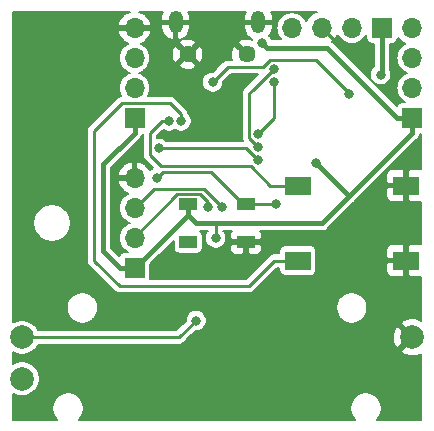
<source format=gbr>
G04 #@! TF.GenerationSoftware,KiCad,Pcbnew,5.1.2-f72e74a~84~ubuntu16.04.1*
G04 #@! TF.CreationDate,2019-07-14T12:51:28-04:00*
G04 #@! TF.ProjectId,radiance_controller,72616469-616e-4636-955f-636f6e74726f,rev?*
G04 #@! TF.SameCoordinates,Original*
G04 #@! TF.FileFunction,Copper,L1,Top*
G04 #@! TF.FilePolarity,Positive*
%FSLAX46Y46*%
G04 Gerber Fmt 4.6, Leading zero omitted, Abs format (unit mm)*
G04 Created by KiCad (PCBNEW 5.1.2-f72e74a~84~ubuntu16.04.1) date 2019-07-14 12:51:28*
%MOMM*%
%LPD*%
G04 APERTURE LIST*
%ADD10O,1.700000X1.700000*%
%ADD11R,1.700000X1.700000*%
%ADD12O,1.200000X1.900000*%
%ADD13C,1.450000*%
%ADD14C,2.000000*%
%ADD15R,2.180000X1.600000*%
%ADD16R,1.500000X1.000000*%
%ADD17C,0.812800*%
%ADD18C,0.254000*%
%ADD19C,0.406400*%
%ADD20C,0.203200*%
G04 APERTURE END LIST*
D10*
X85090000Y-52705000D03*
X85090000Y-55245000D03*
X85090000Y-57785000D03*
D11*
X85090000Y-60325000D03*
D10*
X61595000Y-65405000D03*
X61595000Y-67945000D03*
X61595000Y-70485000D03*
D11*
X61595000Y-73025000D03*
D10*
X61595000Y-52705000D03*
X61595000Y-55245000D03*
X61595000Y-57785000D03*
D11*
X61595000Y-60325000D03*
D12*
X72080000Y-52229500D03*
X65080000Y-52229500D03*
D13*
X71080000Y-54929500D03*
X66080000Y-54929500D03*
D14*
X52080000Y-82395000D03*
X85080000Y-78895000D03*
X52080000Y-78895000D03*
D15*
X84600000Y-72390000D03*
X75420000Y-72390000D03*
X84600000Y-66040000D03*
X75420000Y-66040000D03*
D10*
X74930000Y-52705000D03*
X77470000Y-52705000D03*
X80010000Y-52705000D03*
D11*
X82550000Y-52705000D03*
D16*
X66130000Y-67615000D03*
X66130000Y-70815000D03*
X71030000Y-67615000D03*
X71030000Y-70815000D03*
D17*
X80899000Y-54356000D03*
X83185000Y-57785000D03*
X76962000Y-64135000D03*
X72390000Y-53975000D03*
X68453000Y-70485000D03*
X82423000Y-56642000D03*
X68199000Y-57277000D03*
X79756000Y-58293000D03*
X66802000Y-77470000D03*
X73533000Y-67564000D03*
X63499990Y-65405000D03*
X68961000Y-67818000D03*
X67818000Y-67818000D03*
X73406000Y-56134000D03*
X72016554Y-62745554D03*
X73406000Y-57277000D03*
X72049043Y-61671355D03*
X72009000Y-63881000D03*
X63627000Y-62865000D03*
X64516000Y-60579000D03*
X65532003Y-60579000D03*
D18*
X79121000Y-54356000D02*
X77470000Y-52705000D01*
X80899000Y-54356000D02*
X79121000Y-54356000D01*
D19*
X60338599Y-73024999D02*
X58928000Y-71614400D01*
X61595000Y-73025000D02*
X60338599Y-73024999D01*
X61595000Y-61581400D02*
X61595000Y-60325000D01*
X58928000Y-64248400D02*
X61595000Y-61581400D01*
X58928000Y-71614400D02*
X58928000Y-64248400D01*
X66130000Y-68521400D02*
X61626400Y-73025000D01*
X61626400Y-73025000D02*
X61595000Y-73025000D01*
X66130000Y-67615000D02*
X66130000Y-68521400D01*
X85090000Y-61581400D02*
X85090000Y-60325000D01*
X66130000Y-68521400D02*
X66823600Y-69215000D01*
X77368399Y-64541399D02*
X79749200Y-66922200D01*
X76962000Y-64135000D02*
X77368399Y-64541399D01*
X79749200Y-66922200D02*
X85090000Y-61581400D01*
X77456400Y-69215000D02*
X79749200Y-66922200D01*
X77864600Y-54356000D02*
X72771000Y-54356000D01*
X83833600Y-60325000D02*
X77864600Y-54356000D01*
X72771000Y-54356000D02*
X72390000Y-53975000D01*
X85090000Y-60325000D02*
X83833600Y-60325000D01*
D18*
X68453000Y-69910264D02*
X68453000Y-69215000D01*
D19*
X68453000Y-69215000D02*
X77456400Y-69215000D01*
D18*
X68453000Y-70485000D02*
X68453000Y-69910264D01*
D19*
X66823600Y-69215000D02*
X68453000Y-69215000D01*
X82550000Y-56515000D02*
X82423000Y-56642000D01*
X82550000Y-52705000D02*
X82550000Y-56515000D01*
D18*
X65377000Y-78895000D02*
X66802000Y-77470000D01*
X52080000Y-78895000D02*
X65377000Y-78895000D01*
X72465129Y-55984701D02*
X73052431Y-55397399D01*
X73052431Y-55397399D02*
X76987399Y-55397399D01*
X69491299Y-55984701D02*
X72465129Y-55984701D01*
X79756000Y-58166000D02*
X79756000Y-58293000D01*
X68199000Y-57277000D02*
X69491299Y-55984701D01*
X76987399Y-55397399D02*
X79756000Y-58166000D01*
X71081000Y-67564000D02*
X71030000Y-67615000D01*
X73533000Y-67564000D02*
X71081000Y-67564000D01*
X63906389Y-64998601D02*
X63499990Y-65405000D01*
X68036599Y-64871599D02*
X64033391Y-64871599D01*
X64033391Y-64871599D02*
X63906389Y-64998601D01*
X71030000Y-67615000D02*
X70780000Y-67615000D01*
X70780000Y-67615000D02*
X68036599Y-64871599D01*
X67470589Y-66327589D02*
X68961000Y-67818000D01*
X63212411Y-66327589D02*
X67470589Y-66327589D01*
X61595000Y-67945000D02*
X63212411Y-66327589D01*
X67818000Y-67458638D02*
X67818000Y-67818000D01*
X61595000Y-70485000D02*
X61595000Y-70358000D01*
X65168201Y-66784799D02*
X67144161Y-66784799D01*
X61595000Y-70358000D02*
X65168201Y-66784799D01*
X67144161Y-66784799D02*
X67818000Y-67458638D01*
X73406000Y-56134000D02*
X71628000Y-57912000D01*
X71312442Y-58227558D02*
X71312442Y-62041442D01*
X71312442Y-62041442D02*
X72016554Y-62745554D01*
X71628000Y-57912000D02*
X71312442Y-58227558D01*
X73406000Y-60314398D02*
X72049043Y-61671355D01*
X73406000Y-57277000D02*
X73406000Y-60314398D01*
X63627000Y-62865000D02*
X70993000Y-62865000D01*
X70993000Y-62865000D02*
X72009000Y-63881000D01*
X74076000Y-66040000D02*
X75420000Y-66040000D01*
X73077830Y-66040000D02*
X74076000Y-66040000D01*
X71452219Y-64414389D02*
X73077830Y-66040000D01*
X63844009Y-64414389D02*
X71452219Y-64414389D01*
X62890399Y-63460779D02*
X63844009Y-64414389D01*
X62890399Y-61629865D02*
X62890399Y-63460779D01*
X63941264Y-60579000D02*
X62890399Y-61629865D01*
X64516000Y-60579000D02*
X63941264Y-60579000D01*
X73406000Y-72390000D02*
X75420000Y-72390000D01*
X71247000Y-74549000D02*
X73406000Y-72390000D01*
X60325000Y-74549000D02*
X71247000Y-74549000D01*
X58166000Y-72390000D02*
X60325000Y-74549000D01*
X58166000Y-61459638D02*
X58166000Y-72390000D01*
X65532003Y-60004264D02*
X64582739Y-59055000D01*
X64582739Y-59055000D02*
X60570638Y-59055000D01*
X65532003Y-60579000D02*
X65532003Y-60004264D01*
X60570638Y-59055000D02*
X58166000Y-61459638D01*
D20*
G36*
X60949587Y-51395844D02*
G01*
X60706585Y-51546913D01*
X60497724Y-51742486D01*
X60331031Y-51975048D01*
X60212911Y-52235662D01*
X60185090Y-52327393D01*
X60296714Y-52552600D01*
X61442600Y-52552600D01*
X61442600Y-52532600D01*
X61747400Y-52532600D01*
X61747400Y-52552600D01*
X62893286Y-52552600D01*
X62977893Y-52381900D01*
X63870400Y-52381900D01*
X63870400Y-52731900D01*
X63923374Y-52964953D01*
X64020796Y-53183193D01*
X64158923Y-53378234D01*
X64332447Y-53542580D01*
X64534699Y-53669915D01*
X64741761Y-53740847D01*
X64927600Y-53625658D01*
X64927600Y-52381900D01*
X65232400Y-52381900D01*
X65232400Y-53625658D01*
X65418239Y-53740847D01*
X65625301Y-53669915D01*
X65827553Y-53542580D01*
X66001077Y-53378234D01*
X66139204Y-53183193D01*
X66236626Y-52964953D01*
X66289600Y-52731900D01*
X66289600Y-52381900D01*
X65232400Y-52381900D01*
X64927600Y-52381900D01*
X63870400Y-52381900D01*
X62977893Y-52381900D01*
X63004910Y-52327393D01*
X62977089Y-52235662D01*
X62858969Y-51975048D01*
X62692276Y-51742486D01*
X62483415Y-51546913D01*
X62240413Y-51395844D01*
X62005871Y-51307600D01*
X64006604Y-51307600D01*
X63923374Y-51494047D01*
X63870400Y-51727100D01*
X63870400Y-52077100D01*
X64927600Y-52077100D01*
X64927600Y-52057100D01*
X65232400Y-52057100D01*
X65232400Y-52077100D01*
X66289600Y-52077100D01*
X66289600Y-51727100D01*
X66236626Y-51494047D01*
X66153396Y-51307600D01*
X71006604Y-51307600D01*
X70923374Y-51494047D01*
X70870400Y-51727100D01*
X70870400Y-52077100D01*
X71927600Y-52077100D01*
X71927600Y-52057100D01*
X72232400Y-52057100D01*
X72232400Y-52077100D01*
X73289600Y-52077100D01*
X73289600Y-51727100D01*
X73236626Y-51494047D01*
X73153396Y-51307600D01*
X77051145Y-51307600D01*
X77000662Y-51322911D01*
X76740048Y-51441031D01*
X76507486Y-51607724D01*
X76311913Y-51816585D01*
X76160844Y-52059587D01*
X76134072Y-52130744D01*
X76043377Y-51961065D01*
X75876849Y-51758151D01*
X75673935Y-51591623D01*
X75442431Y-51467882D01*
X75191235Y-51391682D01*
X74995459Y-51372400D01*
X74864541Y-51372400D01*
X74668765Y-51391682D01*
X74417569Y-51467882D01*
X74186065Y-51591623D01*
X73983151Y-51758151D01*
X73816623Y-51961065D01*
X73692882Y-52192569D01*
X73616682Y-52443765D01*
X73590953Y-52705000D01*
X73616682Y-52966235D01*
X73692882Y-53217431D01*
X73816623Y-53448935D01*
X73983151Y-53651849D01*
X74005512Y-53670200D01*
X73225994Y-53670200D01*
X73177821Y-53553901D01*
X73080531Y-53408296D01*
X73021554Y-53349319D01*
X73139204Y-53183193D01*
X73236626Y-52964953D01*
X73289600Y-52731900D01*
X73289600Y-52381900D01*
X72232400Y-52381900D01*
X72232400Y-52401900D01*
X71927600Y-52401900D01*
X71927600Y-52381900D01*
X70870400Y-52381900D01*
X70870400Y-52731900D01*
X70923374Y-52964953D01*
X71020796Y-53183193D01*
X71158923Y-53378234D01*
X71332447Y-53542580D01*
X71534699Y-53669915D01*
X71551710Y-53675742D01*
X71550627Y-53678357D01*
X71499409Y-53655714D01*
X71242847Y-53598367D01*
X70980027Y-53592174D01*
X70721049Y-53637374D01*
X70475864Y-53732230D01*
X70420146Y-53762012D01*
X70354192Y-53988166D01*
X71080000Y-54713974D01*
X71094143Y-54699832D01*
X71309669Y-54915358D01*
X71295526Y-54929500D01*
X71309669Y-54943643D01*
X71094143Y-55159169D01*
X71080000Y-55145026D01*
X71065858Y-55159169D01*
X70850332Y-54943643D01*
X70864474Y-54929500D01*
X70138666Y-54203692D01*
X69912512Y-54269646D01*
X69806214Y-54510091D01*
X69748867Y-54766653D01*
X69742674Y-55029473D01*
X69787874Y-55288451D01*
X69821397Y-55375101D01*
X69521240Y-55375101D01*
X69491299Y-55372152D01*
X69371796Y-55383922D01*
X69256886Y-55418780D01*
X69210696Y-55443469D01*
X69150985Y-55475385D01*
X69058161Y-55551563D01*
X69039068Y-55574828D01*
X68225897Y-56388000D01*
X68111441Y-56388000D01*
X67939688Y-56422164D01*
X67777901Y-56489179D01*
X67632296Y-56586469D01*
X67508469Y-56710296D01*
X67411179Y-56855901D01*
X67344164Y-57017688D01*
X67310000Y-57189441D01*
X67310000Y-57364559D01*
X67344164Y-57536312D01*
X67411179Y-57698099D01*
X67508469Y-57843704D01*
X67632296Y-57967531D01*
X67777901Y-58064821D01*
X67939688Y-58131836D01*
X68111441Y-58166000D01*
X68286559Y-58166000D01*
X68458312Y-58131836D01*
X68620099Y-58064821D01*
X68765704Y-57967531D01*
X68889531Y-57843704D01*
X68986821Y-57698099D01*
X69053836Y-57536312D01*
X69088000Y-57364559D01*
X69088000Y-57250103D01*
X69743803Y-56594301D01*
X72083596Y-56594301D01*
X71218124Y-57459773D01*
X71218119Y-57459777D01*
X70902573Y-57775323D01*
X70879304Y-57794420D01*
X70803126Y-57887245D01*
X70746521Y-57993147D01*
X70734886Y-58031502D01*
X70711663Y-58108056D01*
X70699893Y-58227558D01*
X70702842Y-58257500D01*
X70702843Y-62011491D01*
X70699893Y-62041442D01*
X70711663Y-62160944D01*
X70740317Y-62255400D01*
X64274635Y-62255400D01*
X64193704Y-62174469D01*
X64048099Y-62077179D01*
X63886312Y-62010164D01*
X63714559Y-61976000D01*
X63539441Y-61976000D01*
X63499999Y-61983846D01*
X63499999Y-61882368D01*
X64047332Y-61335036D01*
X64094901Y-61366821D01*
X64256688Y-61433836D01*
X64428441Y-61468000D01*
X64603559Y-61468000D01*
X64775312Y-61433836D01*
X64937099Y-61366821D01*
X65024001Y-61308755D01*
X65110904Y-61366821D01*
X65272691Y-61433836D01*
X65444444Y-61468000D01*
X65619562Y-61468000D01*
X65791315Y-61433836D01*
X65953102Y-61366821D01*
X66098707Y-61269531D01*
X66222534Y-61145704D01*
X66319824Y-61000099D01*
X66386839Y-60838312D01*
X66421003Y-60666559D01*
X66421003Y-60491441D01*
X66386839Y-60319688D01*
X66319824Y-60157901D01*
X66222534Y-60012296D01*
X66136910Y-59926672D01*
X66132782Y-59884761D01*
X66108611Y-59805083D01*
X66097924Y-59769852D01*
X66041319Y-59663950D01*
X65965141Y-59571126D01*
X65941876Y-59552033D01*
X65034974Y-58645132D01*
X65015877Y-58621862D01*
X64923053Y-58545684D01*
X64817151Y-58489079D01*
X64702241Y-58454221D01*
X64612680Y-58445400D01*
X64582739Y-58442451D01*
X64552798Y-58445400D01*
X62753027Y-58445400D01*
X62832118Y-58297431D01*
X62908318Y-58046235D01*
X62934047Y-57785000D01*
X62908318Y-57523765D01*
X62832118Y-57272569D01*
X62708377Y-57041065D01*
X62541849Y-56838151D01*
X62338935Y-56671623D01*
X62107431Y-56547882D01*
X61999034Y-56515000D01*
X62107431Y-56482118D01*
X62338935Y-56358377D01*
X62541849Y-56191849D01*
X62708377Y-55988935D01*
X62771503Y-55870834D01*
X65354192Y-55870834D01*
X65420146Y-56096988D01*
X65660591Y-56203286D01*
X65917153Y-56260633D01*
X66179973Y-56266826D01*
X66438951Y-56221626D01*
X66684136Y-56126770D01*
X66739854Y-56096988D01*
X66805808Y-55870834D01*
X66080000Y-55145026D01*
X65354192Y-55870834D01*
X62771503Y-55870834D01*
X62832118Y-55757431D01*
X62908318Y-55506235D01*
X62934047Y-55245000D01*
X62912820Y-55029473D01*
X64742674Y-55029473D01*
X64787874Y-55288451D01*
X64882730Y-55533636D01*
X64912512Y-55589354D01*
X65138666Y-55655308D01*
X65864474Y-54929500D01*
X66295526Y-54929500D01*
X67021334Y-55655308D01*
X67247488Y-55589354D01*
X67353786Y-55348909D01*
X67411133Y-55092347D01*
X67417326Y-54829527D01*
X67372126Y-54570549D01*
X67277270Y-54325364D01*
X67247488Y-54269646D01*
X67021334Y-54203692D01*
X66295526Y-54929500D01*
X65864474Y-54929500D01*
X65138666Y-54203692D01*
X64912512Y-54269646D01*
X64806214Y-54510091D01*
X64748867Y-54766653D01*
X64742674Y-55029473D01*
X62912820Y-55029473D01*
X62908318Y-54983765D01*
X62832118Y-54732569D01*
X62708377Y-54501065D01*
X62541849Y-54298151D01*
X62338935Y-54131623D01*
X62169256Y-54040928D01*
X62240413Y-54014156D01*
X62282219Y-53988166D01*
X65354192Y-53988166D01*
X66080000Y-54713974D01*
X66805808Y-53988166D01*
X66739854Y-53762012D01*
X66499409Y-53655714D01*
X66242847Y-53598367D01*
X65980027Y-53592174D01*
X65721049Y-53637374D01*
X65475864Y-53732230D01*
X65420146Y-53762012D01*
X65354192Y-53988166D01*
X62282219Y-53988166D01*
X62483415Y-53863087D01*
X62692276Y-53667514D01*
X62858969Y-53434952D01*
X62977089Y-53174338D01*
X63004910Y-53082607D01*
X62893286Y-52857400D01*
X61747400Y-52857400D01*
X61747400Y-52877400D01*
X61442600Y-52877400D01*
X61442600Y-52857400D01*
X60296714Y-52857400D01*
X60185090Y-53082607D01*
X60212911Y-53174338D01*
X60331031Y-53434952D01*
X60497724Y-53667514D01*
X60706585Y-53863087D01*
X60949587Y-54014156D01*
X61020744Y-54040928D01*
X60851065Y-54131623D01*
X60648151Y-54298151D01*
X60481623Y-54501065D01*
X60357882Y-54732569D01*
X60281682Y-54983765D01*
X60255953Y-55245000D01*
X60281682Y-55506235D01*
X60357882Y-55757431D01*
X60481623Y-55988935D01*
X60648151Y-56191849D01*
X60851065Y-56358377D01*
X61082569Y-56482118D01*
X61190966Y-56515000D01*
X61082569Y-56547882D01*
X60851065Y-56671623D01*
X60648151Y-56838151D01*
X60481623Y-57041065D01*
X60357882Y-57272569D01*
X60281682Y-57523765D01*
X60255953Y-57785000D01*
X60281682Y-58046235D01*
X60357882Y-58297431D01*
X60443006Y-58456687D01*
X60336225Y-58489079D01*
X60303981Y-58506314D01*
X60230324Y-58545684D01*
X60137500Y-58621862D01*
X60118412Y-58645121D01*
X57756132Y-61007403D01*
X57732862Y-61026500D01*
X57656684Y-61119325D01*
X57600079Y-61225227D01*
X57586617Y-61269606D01*
X57565221Y-61340136D01*
X57553451Y-61459638D01*
X57556400Y-61489580D01*
X57556401Y-72360048D01*
X57553451Y-72390000D01*
X57565221Y-72509502D01*
X57600080Y-72624412D01*
X57656685Y-72730314D01*
X57732863Y-72823138D01*
X57756127Y-72842230D01*
X59872769Y-74958873D01*
X59891862Y-74982138D01*
X59984686Y-75058316D01*
X60090588Y-75114921D01*
X60170639Y-75139205D01*
X60205497Y-75149779D01*
X60324999Y-75161549D01*
X60354941Y-75158600D01*
X71217059Y-75158600D01*
X71247000Y-75161549D01*
X71276941Y-75158600D01*
X71366502Y-75149779D01*
X71481412Y-75114921D01*
X71587314Y-75058316D01*
X71680138Y-74982138D01*
X71699235Y-74958868D01*
X73658504Y-72999600D01*
X73845065Y-72999600D01*
X73845065Y-73190000D01*
X73854383Y-73284606D01*
X73881978Y-73375577D01*
X73926791Y-73459415D01*
X73987099Y-73532901D01*
X74060585Y-73593209D01*
X74144423Y-73638022D01*
X74235394Y-73665617D01*
X74330000Y-73674935D01*
X76510000Y-73674935D01*
X76604606Y-73665617D01*
X76695577Y-73638022D01*
X76779415Y-73593209D01*
X76852901Y-73532901D01*
X76913209Y-73459415D01*
X76958022Y-73375577D01*
X76985617Y-73284606D01*
X76994935Y-73190000D01*
X82897450Y-73190000D01*
X82909220Y-73309503D01*
X82944078Y-73424413D01*
X83000683Y-73530315D01*
X83076862Y-73623138D01*
X83169685Y-73699317D01*
X83275587Y-73755922D01*
X83390497Y-73790780D01*
X83510000Y-73802550D01*
X84295200Y-73799600D01*
X84447600Y-73647200D01*
X84447600Y-72542400D01*
X83052800Y-72542400D01*
X82900400Y-72694800D01*
X82897450Y-73190000D01*
X76994935Y-73190000D01*
X76994935Y-71590000D01*
X82897450Y-71590000D01*
X82900400Y-72085200D01*
X83052800Y-72237600D01*
X84447600Y-72237600D01*
X84447600Y-71132800D01*
X84295200Y-70980400D01*
X83510000Y-70977450D01*
X83390497Y-70989220D01*
X83275587Y-71024078D01*
X83169685Y-71080683D01*
X83076862Y-71156862D01*
X83000683Y-71249685D01*
X82944078Y-71355587D01*
X82909220Y-71470497D01*
X82897450Y-71590000D01*
X76994935Y-71590000D01*
X76985617Y-71495394D01*
X76958022Y-71404423D01*
X76913209Y-71320585D01*
X76852901Y-71247099D01*
X76779415Y-71186791D01*
X76695577Y-71141978D01*
X76604606Y-71114383D01*
X76510000Y-71105065D01*
X74330000Y-71105065D01*
X74235394Y-71114383D01*
X74144423Y-71141978D01*
X74060585Y-71186791D01*
X73987099Y-71247099D01*
X73926791Y-71320585D01*
X73881978Y-71404423D01*
X73854383Y-71495394D01*
X73845065Y-71590000D01*
X73845065Y-71780400D01*
X73435941Y-71780400D01*
X73405999Y-71777451D01*
X73286497Y-71789221D01*
X73251639Y-71799795D01*
X73171588Y-71824079D01*
X73065686Y-71880684D01*
X72972862Y-71956862D01*
X72953769Y-71980127D01*
X70994497Y-73939400D01*
X62923592Y-73939400D01*
X62929935Y-73875000D01*
X62929935Y-72691332D01*
X64895065Y-70726203D01*
X64895065Y-71315000D01*
X64904383Y-71409606D01*
X64931978Y-71500577D01*
X64976791Y-71584415D01*
X65037099Y-71657901D01*
X65110585Y-71718209D01*
X65194423Y-71763022D01*
X65285394Y-71790617D01*
X65380000Y-71799935D01*
X66880000Y-71799935D01*
X66974606Y-71790617D01*
X67065577Y-71763022D01*
X67149415Y-71718209D01*
X67222901Y-71657901D01*
X67283209Y-71584415D01*
X67328022Y-71500577D01*
X67355617Y-71409606D01*
X67364935Y-71315000D01*
X67364935Y-70315000D01*
X67355617Y-70220394D01*
X67328022Y-70129423D01*
X67283209Y-70045585D01*
X67222901Y-69972099D01*
X67149415Y-69911791D01*
X67128853Y-69900800D01*
X67779965Y-69900800D01*
X67762469Y-69918296D01*
X67665179Y-70063901D01*
X67598164Y-70225688D01*
X67564000Y-70397441D01*
X67564000Y-70572559D01*
X67598164Y-70744312D01*
X67665179Y-70906099D01*
X67762469Y-71051704D01*
X67886296Y-71175531D01*
X68031901Y-71272821D01*
X68193688Y-71339836D01*
X68365441Y-71374000D01*
X68540559Y-71374000D01*
X68712312Y-71339836D01*
X68772270Y-71315000D01*
X69667450Y-71315000D01*
X69679220Y-71434503D01*
X69714078Y-71549413D01*
X69770683Y-71655315D01*
X69846862Y-71748138D01*
X69939685Y-71824317D01*
X70045587Y-71880922D01*
X70160497Y-71915780D01*
X70280000Y-71927550D01*
X70725200Y-71924600D01*
X70877600Y-71772200D01*
X70877600Y-70967400D01*
X71182400Y-70967400D01*
X71182400Y-71772200D01*
X71334800Y-71924600D01*
X71780000Y-71927550D01*
X71899503Y-71915780D01*
X72014413Y-71880922D01*
X72120315Y-71824317D01*
X72213138Y-71748138D01*
X72289317Y-71655315D01*
X72345922Y-71549413D01*
X72380780Y-71434503D01*
X72392550Y-71315000D01*
X72389600Y-71119800D01*
X72237200Y-70967400D01*
X71182400Y-70967400D01*
X70877600Y-70967400D01*
X69822800Y-70967400D01*
X69670400Y-71119800D01*
X69667450Y-71315000D01*
X68772270Y-71315000D01*
X68874099Y-71272821D01*
X69019704Y-71175531D01*
X69143531Y-71051704D01*
X69240821Y-70906099D01*
X69307836Y-70744312D01*
X69342000Y-70572559D01*
X69342000Y-70397441D01*
X69307836Y-70225688D01*
X69240821Y-70063901D01*
X69143531Y-69918296D01*
X69126035Y-69900800D01*
X69831320Y-69900800D01*
X69770683Y-69974685D01*
X69714078Y-70080587D01*
X69679220Y-70195497D01*
X69667450Y-70315000D01*
X69670400Y-70510200D01*
X69822800Y-70662600D01*
X70877600Y-70662600D01*
X70877600Y-70642600D01*
X71182400Y-70642600D01*
X71182400Y-70662600D01*
X72237200Y-70662600D01*
X72389600Y-70510200D01*
X72392550Y-70315000D01*
X72380780Y-70195497D01*
X72345922Y-70080587D01*
X72289317Y-69974685D01*
X72228680Y-69900800D01*
X77422721Y-69900800D01*
X77456400Y-69904117D01*
X77490079Y-69900800D01*
X77490089Y-69900800D01*
X77590840Y-69890877D01*
X77720114Y-69851662D01*
X77839253Y-69787981D01*
X77943680Y-69702280D01*
X77965158Y-69676109D01*
X80210324Y-67430944D01*
X80236479Y-67409479D01*
X80257944Y-67383324D01*
X80257955Y-67383313D01*
X80257960Y-67383307D01*
X80801267Y-66840000D01*
X82897450Y-66840000D01*
X82909220Y-66959503D01*
X82944078Y-67074413D01*
X83000683Y-67180315D01*
X83076862Y-67273138D01*
X83169685Y-67349317D01*
X83275587Y-67405922D01*
X83390497Y-67440780D01*
X83510000Y-67452550D01*
X84295200Y-67449600D01*
X84447600Y-67297200D01*
X84447600Y-66192400D01*
X83052800Y-66192400D01*
X82900400Y-66344800D01*
X82897450Y-66840000D01*
X80801267Y-66840000D01*
X82401267Y-65240000D01*
X82897450Y-65240000D01*
X82900400Y-65735200D01*
X83052800Y-65887600D01*
X84447600Y-65887600D01*
X84447600Y-64782800D01*
X84295200Y-64630400D01*
X83510000Y-64627450D01*
X83390497Y-64639220D01*
X83275587Y-64674078D01*
X83169685Y-64730683D01*
X83076862Y-64806862D01*
X83000683Y-64899685D01*
X82944078Y-65005587D01*
X82909220Y-65120497D01*
X82897450Y-65240000D01*
X82401267Y-65240000D01*
X85551114Y-62090153D01*
X85577279Y-62068680D01*
X85662981Y-61964253D01*
X85726662Y-61845114D01*
X85765877Y-61715840D01*
X85771383Y-61659935D01*
X85852400Y-61659935D01*
X85852400Y-64652233D01*
X85809503Y-64639220D01*
X85690000Y-64627450D01*
X84904800Y-64630400D01*
X84752400Y-64782800D01*
X84752400Y-65887600D01*
X84772400Y-65887600D01*
X84772400Y-66192400D01*
X84752400Y-66192400D01*
X84752400Y-67297200D01*
X84904800Y-67449600D01*
X85690000Y-67452550D01*
X85809503Y-67440780D01*
X85852400Y-67427767D01*
X85852401Y-71002233D01*
X85809503Y-70989220D01*
X85690000Y-70977450D01*
X84904800Y-70980400D01*
X84752400Y-71132800D01*
X84752400Y-72237600D01*
X84772400Y-72237600D01*
X84772400Y-72542400D01*
X84752400Y-72542400D01*
X84752400Y-73647200D01*
X84904800Y-73799600D01*
X85690000Y-73802550D01*
X85809503Y-73790780D01*
X85852401Y-73777767D01*
X85852401Y-77479117D01*
X85615722Y-77368912D01*
X85307703Y-77293721D01*
X84990934Y-77280066D01*
X84677587Y-77328473D01*
X84379705Y-77437080D01*
X84256847Y-77502749D01*
X84157481Y-77756955D01*
X85080000Y-78679474D01*
X85094143Y-78665332D01*
X85309669Y-78880858D01*
X85295526Y-78895000D01*
X85309669Y-78909143D01*
X85094143Y-79124669D01*
X85080000Y-79110526D01*
X84157481Y-80033045D01*
X84256847Y-80287251D01*
X84544278Y-80421088D01*
X84852297Y-80496279D01*
X85169066Y-80509934D01*
X85482413Y-80461527D01*
X85780295Y-80352920D01*
X85852401Y-80314379D01*
X85852401Y-85852400D01*
X82107181Y-85852400D01*
X82215098Y-85744483D01*
X82360935Y-85526223D01*
X82461389Y-85283705D01*
X82512600Y-85026250D01*
X82512600Y-84763750D01*
X82461389Y-84506295D01*
X82360935Y-84263777D01*
X82215098Y-84045517D01*
X82029483Y-83859902D01*
X81811223Y-83714065D01*
X81568705Y-83613611D01*
X81311250Y-83562400D01*
X81048750Y-83562400D01*
X80791295Y-83613611D01*
X80548777Y-83714065D01*
X80330517Y-83859902D01*
X80144902Y-84045517D01*
X79999065Y-84263777D01*
X79898611Y-84506295D01*
X79847400Y-84763750D01*
X79847400Y-85026250D01*
X79898611Y-85283705D01*
X79999065Y-85526223D01*
X80144902Y-85744483D01*
X80252819Y-85852400D01*
X56907181Y-85852400D01*
X57015098Y-85744483D01*
X57160935Y-85526223D01*
X57261389Y-85283705D01*
X57312600Y-85026250D01*
X57312600Y-84763750D01*
X57261389Y-84506295D01*
X57160935Y-84263777D01*
X57015098Y-84045517D01*
X56829483Y-83859902D01*
X56611223Y-83714065D01*
X56368705Y-83613611D01*
X56111250Y-83562400D01*
X55848750Y-83562400D01*
X55591295Y-83613611D01*
X55348777Y-83714065D01*
X55130517Y-83859902D01*
X54944902Y-84045517D01*
X54799065Y-84263777D01*
X54698611Y-84506295D01*
X54647400Y-84763750D01*
X54647400Y-85026250D01*
X54698611Y-85283705D01*
X54799065Y-85526223D01*
X54944902Y-85744483D01*
X55052819Y-85852400D01*
X51307600Y-85852400D01*
X51307600Y-83662007D01*
X51377725Y-83708863D01*
X51647541Y-83820625D01*
X51933977Y-83877600D01*
X52226023Y-83877600D01*
X52512459Y-83820625D01*
X52782275Y-83708863D01*
X53025103Y-83546611D01*
X53231611Y-83340103D01*
X53393863Y-83097275D01*
X53505625Y-82827459D01*
X53562600Y-82541023D01*
X53562600Y-82248977D01*
X53505625Y-81962541D01*
X53393863Y-81692725D01*
X53231611Y-81449897D01*
X53025103Y-81243389D01*
X52782275Y-81081137D01*
X52512459Y-80969375D01*
X52226023Y-80912400D01*
X51933977Y-80912400D01*
X51647541Y-80969375D01*
X51377725Y-81081137D01*
X51307600Y-81127993D01*
X51307600Y-80162007D01*
X51377725Y-80208863D01*
X51647541Y-80320625D01*
X51933977Y-80377600D01*
X52226023Y-80377600D01*
X52512459Y-80320625D01*
X52782275Y-80208863D01*
X53025103Y-80046611D01*
X53231611Y-79840103D01*
X53393863Y-79597275D01*
X53432250Y-79504600D01*
X65347059Y-79504600D01*
X65377000Y-79507549D01*
X65406941Y-79504600D01*
X65496502Y-79495779D01*
X65611412Y-79460921D01*
X65717314Y-79404316D01*
X65810138Y-79328138D01*
X65829235Y-79304868D01*
X66150037Y-78984066D01*
X83465066Y-78984066D01*
X83513473Y-79297413D01*
X83622080Y-79595295D01*
X83687749Y-79718153D01*
X83941955Y-79817519D01*
X84864474Y-78895000D01*
X83941955Y-77972481D01*
X83687749Y-78071847D01*
X83553912Y-78359278D01*
X83478721Y-78667297D01*
X83465066Y-78984066D01*
X66150037Y-78984066D01*
X66775104Y-78359000D01*
X66889559Y-78359000D01*
X67061312Y-78324836D01*
X67223099Y-78257821D01*
X67368704Y-78160531D01*
X67492531Y-78036704D01*
X67589821Y-77891099D01*
X67656836Y-77729312D01*
X67691000Y-77557559D01*
X67691000Y-77382441D01*
X67656836Y-77210688D01*
X67589821Y-77048901D01*
X67492531Y-76903296D01*
X67368704Y-76779469D01*
X67223099Y-76682179D01*
X67061312Y-76615164D01*
X66889559Y-76581000D01*
X66714441Y-76581000D01*
X66542688Y-76615164D01*
X66380901Y-76682179D01*
X66235296Y-76779469D01*
X66111469Y-76903296D01*
X66014179Y-77048901D01*
X65947164Y-77210688D01*
X65913000Y-77382441D01*
X65913000Y-77496896D01*
X65124497Y-78285400D01*
X53432250Y-78285400D01*
X53393863Y-78192725D01*
X53231611Y-77949897D01*
X53025103Y-77743389D01*
X52782275Y-77581137D01*
X52512459Y-77469375D01*
X52226023Y-77412400D01*
X51933977Y-77412400D01*
X51647541Y-77469375D01*
X51377725Y-77581137D01*
X51307600Y-77627993D01*
X51307600Y-76263750D01*
X55847400Y-76263750D01*
X55847400Y-76526250D01*
X55898611Y-76783705D01*
X55999065Y-77026223D01*
X56144902Y-77244483D01*
X56330517Y-77430098D01*
X56548777Y-77575935D01*
X56791295Y-77676389D01*
X57048750Y-77727600D01*
X57311250Y-77727600D01*
X57568705Y-77676389D01*
X57811223Y-77575935D01*
X58029483Y-77430098D01*
X58215098Y-77244483D01*
X58360935Y-77026223D01*
X58461389Y-76783705D01*
X58512600Y-76526250D01*
X58512600Y-76263750D01*
X78647400Y-76263750D01*
X78647400Y-76526250D01*
X78698611Y-76783705D01*
X78799065Y-77026223D01*
X78944902Y-77244483D01*
X79130517Y-77430098D01*
X79348777Y-77575935D01*
X79591295Y-77676389D01*
X79848750Y-77727600D01*
X80111250Y-77727600D01*
X80368705Y-77676389D01*
X80611223Y-77575935D01*
X80829483Y-77430098D01*
X81015098Y-77244483D01*
X81160935Y-77026223D01*
X81261389Y-76783705D01*
X81312600Y-76526250D01*
X81312600Y-76263750D01*
X81261389Y-76006295D01*
X81160935Y-75763777D01*
X81015098Y-75545517D01*
X80829483Y-75359902D01*
X80611223Y-75214065D01*
X80368705Y-75113611D01*
X80111250Y-75062400D01*
X79848750Y-75062400D01*
X79591295Y-75113611D01*
X79348777Y-75214065D01*
X79130517Y-75359902D01*
X78944902Y-75545517D01*
X78799065Y-75763777D01*
X78698611Y-76006295D01*
X78647400Y-76263750D01*
X58512600Y-76263750D01*
X58461389Y-76006295D01*
X58360935Y-75763777D01*
X58215098Y-75545517D01*
X58029483Y-75359902D01*
X57811223Y-75214065D01*
X57568705Y-75113611D01*
X57311250Y-75062400D01*
X57048750Y-75062400D01*
X56791295Y-75113611D01*
X56548777Y-75214065D01*
X56330517Y-75359902D01*
X56144902Y-75545517D01*
X55999065Y-75763777D01*
X55898611Y-76006295D01*
X55847400Y-76263750D01*
X51307600Y-76263750D01*
X51307600Y-69059127D01*
X53027400Y-69059127D01*
X53027400Y-69370873D01*
X53088218Y-69676628D01*
X53207518Y-69964642D01*
X53380714Y-70223849D01*
X53601151Y-70444286D01*
X53860358Y-70617482D01*
X54148372Y-70736782D01*
X54454127Y-70797600D01*
X54765873Y-70797600D01*
X55071628Y-70736782D01*
X55359642Y-70617482D01*
X55618849Y-70444286D01*
X55839286Y-70223849D01*
X56012482Y-69964642D01*
X56131782Y-69676628D01*
X56192600Y-69370873D01*
X56192600Y-69059127D01*
X56131782Y-68753372D01*
X56012482Y-68465358D01*
X55839286Y-68206151D01*
X55618849Y-67985714D01*
X55359642Y-67812518D01*
X55071628Y-67693218D01*
X54765873Y-67632400D01*
X54454127Y-67632400D01*
X54148372Y-67693218D01*
X53860358Y-67812518D01*
X53601151Y-67985714D01*
X53380714Y-68206151D01*
X53207518Y-68465358D01*
X53088218Y-68753372D01*
X53027400Y-69059127D01*
X51307600Y-69059127D01*
X51307600Y-51307600D01*
X61184129Y-51307600D01*
X60949587Y-51395844D01*
X60949587Y-51395844D01*
G37*
X60949587Y-51395844D02*
X60706585Y-51546913D01*
X60497724Y-51742486D01*
X60331031Y-51975048D01*
X60212911Y-52235662D01*
X60185090Y-52327393D01*
X60296714Y-52552600D01*
X61442600Y-52552600D01*
X61442600Y-52532600D01*
X61747400Y-52532600D01*
X61747400Y-52552600D01*
X62893286Y-52552600D01*
X62977893Y-52381900D01*
X63870400Y-52381900D01*
X63870400Y-52731900D01*
X63923374Y-52964953D01*
X64020796Y-53183193D01*
X64158923Y-53378234D01*
X64332447Y-53542580D01*
X64534699Y-53669915D01*
X64741761Y-53740847D01*
X64927600Y-53625658D01*
X64927600Y-52381900D01*
X65232400Y-52381900D01*
X65232400Y-53625658D01*
X65418239Y-53740847D01*
X65625301Y-53669915D01*
X65827553Y-53542580D01*
X66001077Y-53378234D01*
X66139204Y-53183193D01*
X66236626Y-52964953D01*
X66289600Y-52731900D01*
X66289600Y-52381900D01*
X65232400Y-52381900D01*
X64927600Y-52381900D01*
X63870400Y-52381900D01*
X62977893Y-52381900D01*
X63004910Y-52327393D01*
X62977089Y-52235662D01*
X62858969Y-51975048D01*
X62692276Y-51742486D01*
X62483415Y-51546913D01*
X62240413Y-51395844D01*
X62005871Y-51307600D01*
X64006604Y-51307600D01*
X63923374Y-51494047D01*
X63870400Y-51727100D01*
X63870400Y-52077100D01*
X64927600Y-52077100D01*
X64927600Y-52057100D01*
X65232400Y-52057100D01*
X65232400Y-52077100D01*
X66289600Y-52077100D01*
X66289600Y-51727100D01*
X66236626Y-51494047D01*
X66153396Y-51307600D01*
X71006604Y-51307600D01*
X70923374Y-51494047D01*
X70870400Y-51727100D01*
X70870400Y-52077100D01*
X71927600Y-52077100D01*
X71927600Y-52057100D01*
X72232400Y-52057100D01*
X72232400Y-52077100D01*
X73289600Y-52077100D01*
X73289600Y-51727100D01*
X73236626Y-51494047D01*
X73153396Y-51307600D01*
X77051145Y-51307600D01*
X77000662Y-51322911D01*
X76740048Y-51441031D01*
X76507486Y-51607724D01*
X76311913Y-51816585D01*
X76160844Y-52059587D01*
X76134072Y-52130744D01*
X76043377Y-51961065D01*
X75876849Y-51758151D01*
X75673935Y-51591623D01*
X75442431Y-51467882D01*
X75191235Y-51391682D01*
X74995459Y-51372400D01*
X74864541Y-51372400D01*
X74668765Y-51391682D01*
X74417569Y-51467882D01*
X74186065Y-51591623D01*
X73983151Y-51758151D01*
X73816623Y-51961065D01*
X73692882Y-52192569D01*
X73616682Y-52443765D01*
X73590953Y-52705000D01*
X73616682Y-52966235D01*
X73692882Y-53217431D01*
X73816623Y-53448935D01*
X73983151Y-53651849D01*
X74005512Y-53670200D01*
X73225994Y-53670200D01*
X73177821Y-53553901D01*
X73080531Y-53408296D01*
X73021554Y-53349319D01*
X73139204Y-53183193D01*
X73236626Y-52964953D01*
X73289600Y-52731900D01*
X73289600Y-52381900D01*
X72232400Y-52381900D01*
X72232400Y-52401900D01*
X71927600Y-52401900D01*
X71927600Y-52381900D01*
X70870400Y-52381900D01*
X70870400Y-52731900D01*
X70923374Y-52964953D01*
X71020796Y-53183193D01*
X71158923Y-53378234D01*
X71332447Y-53542580D01*
X71534699Y-53669915D01*
X71551710Y-53675742D01*
X71550627Y-53678357D01*
X71499409Y-53655714D01*
X71242847Y-53598367D01*
X70980027Y-53592174D01*
X70721049Y-53637374D01*
X70475864Y-53732230D01*
X70420146Y-53762012D01*
X70354192Y-53988166D01*
X71080000Y-54713974D01*
X71094143Y-54699832D01*
X71309669Y-54915358D01*
X71295526Y-54929500D01*
X71309669Y-54943643D01*
X71094143Y-55159169D01*
X71080000Y-55145026D01*
X71065858Y-55159169D01*
X70850332Y-54943643D01*
X70864474Y-54929500D01*
X70138666Y-54203692D01*
X69912512Y-54269646D01*
X69806214Y-54510091D01*
X69748867Y-54766653D01*
X69742674Y-55029473D01*
X69787874Y-55288451D01*
X69821397Y-55375101D01*
X69521240Y-55375101D01*
X69491299Y-55372152D01*
X69371796Y-55383922D01*
X69256886Y-55418780D01*
X69210696Y-55443469D01*
X69150985Y-55475385D01*
X69058161Y-55551563D01*
X69039068Y-55574828D01*
X68225897Y-56388000D01*
X68111441Y-56388000D01*
X67939688Y-56422164D01*
X67777901Y-56489179D01*
X67632296Y-56586469D01*
X67508469Y-56710296D01*
X67411179Y-56855901D01*
X67344164Y-57017688D01*
X67310000Y-57189441D01*
X67310000Y-57364559D01*
X67344164Y-57536312D01*
X67411179Y-57698099D01*
X67508469Y-57843704D01*
X67632296Y-57967531D01*
X67777901Y-58064821D01*
X67939688Y-58131836D01*
X68111441Y-58166000D01*
X68286559Y-58166000D01*
X68458312Y-58131836D01*
X68620099Y-58064821D01*
X68765704Y-57967531D01*
X68889531Y-57843704D01*
X68986821Y-57698099D01*
X69053836Y-57536312D01*
X69088000Y-57364559D01*
X69088000Y-57250103D01*
X69743803Y-56594301D01*
X72083596Y-56594301D01*
X71218124Y-57459773D01*
X71218119Y-57459777D01*
X70902573Y-57775323D01*
X70879304Y-57794420D01*
X70803126Y-57887245D01*
X70746521Y-57993147D01*
X70734886Y-58031502D01*
X70711663Y-58108056D01*
X70699893Y-58227558D01*
X70702842Y-58257500D01*
X70702843Y-62011491D01*
X70699893Y-62041442D01*
X70711663Y-62160944D01*
X70740317Y-62255400D01*
X64274635Y-62255400D01*
X64193704Y-62174469D01*
X64048099Y-62077179D01*
X63886312Y-62010164D01*
X63714559Y-61976000D01*
X63539441Y-61976000D01*
X63499999Y-61983846D01*
X63499999Y-61882368D01*
X64047332Y-61335036D01*
X64094901Y-61366821D01*
X64256688Y-61433836D01*
X64428441Y-61468000D01*
X64603559Y-61468000D01*
X64775312Y-61433836D01*
X64937099Y-61366821D01*
X65024001Y-61308755D01*
X65110904Y-61366821D01*
X65272691Y-61433836D01*
X65444444Y-61468000D01*
X65619562Y-61468000D01*
X65791315Y-61433836D01*
X65953102Y-61366821D01*
X66098707Y-61269531D01*
X66222534Y-61145704D01*
X66319824Y-61000099D01*
X66386839Y-60838312D01*
X66421003Y-60666559D01*
X66421003Y-60491441D01*
X66386839Y-60319688D01*
X66319824Y-60157901D01*
X66222534Y-60012296D01*
X66136910Y-59926672D01*
X66132782Y-59884761D01*
X66108611Y-59805083D01*
X66097924Y-59769852D01*
X66041319Y-59663950D01*
X65965141Y-59571126D01*
X65941876Y-59552033D01*
X65034974Y-58645132D01*
X65015877Y-58621862D01*
X64923053Y-58545684D01*
X64817151Y-58489079D01*
X64702241Y-58454221D01*
X64612680Y-58445400D01*
X64582739Y-58442451D01*
X64552798Y-58445400D01*
X62753027Y-58445400D01*
X62832118Y-58297431D01*
X62908318Y-58046235D01*
X62934047Y-57785000D01*
X62908318Y-57523765D01*
X62832118Y-57272569D01*
X62708377Y-57041065D01*
X62541849Y-56838151D01*
X62338935Y-56671623D01*
X62107431Y-56547882D01*
X61999034Y-56515000D01*
X62107431Y-56482118D01*
X62338935Y-56358377D01*
X62541849Y-56191849D01*
X62708377Y-55988935D01*
X62771503Y-55870834D01*
X65354192Y-55870834D01*
X65420146Y-56096988D01*
X65660591Y-56203286D01*
X65917153Y-56260633D01*
X66179973Y-56266826D01*
X66438951Y-56221626D01*
X66684136Y-56126770D01*
X66739854Y-56096988D01*
X66805808Y-55870834D01*
X66080000Y-55145026D01*
X65354192Y-55870834D01*
X62771503Y-55870834D01*
X62832118Y-55757431D01*
X62908318Y-55506235D01*
X62934047Y-55245000D01*
X62912820Y-55029473D01*
X64742674Y-55029473D01*
X64787874Y-55288451D01*
X64882730Y-55533636D01*
X64912512Y-55589354D01*
X65138666Y-55655308D01*
X65864474Y-54929500D01*
X66295526Y-54929500D01*
X67021334Y-55655308D01*
X67247488Y-55589354D01*
X67353786Y-55348909D01*
X67411133Y-55092347D01*
X67417326Y-54829527D01*
X67372126Y-54570549D01*
X67277270Y-54325364D01*
X67247488Y-54269646D01*
X67021334Y-54203692D01*
X66295526Y-54929500D01*
X65864474Y-54929500D01*
X65138666Y-54203692D01*
X64912512Y-54269646D01*
X64806214Y-54510091D01*
X64748867Y-54766653D01*
X64742674Y-55029473D01*
X62912820Y-55029473D01*
X62908318Y-54983765D01*
X62832118Y-54732569D01*
X62708377Y-54501065D01*
X62541849Y-54298151D01*
X62338935Y-54131623D01*
X62169256Y-54040928D01*
X62240413Y-54014156D01*
X62282219Y-53988166D01*
X65354192Y-53988166D01*
X66080000Y-54713974D01*
X66805808Y-53988166D01*
X66739854Y-53762012D01*
X66499409Y-53655714D01*
X66242847Y-53598367D01*
X65980027Y-53592174D01*
X65721049Y-53637374D01*
X65475864Y-53732230D01*
X65420146Y-53762012D01*
X65354192Y-53988166D01*
X62282219Y-53988166D01*
X62483415Y-53863087D01*
X62692276Y-53667514D01*
X62858969Y-53434952D01*
X62977089Y-53174338D01*
X63004910Y-53082607D01*
X62893286Y-52857400D01*
X61747400Y-52857400D01*
X61747400Y-52877400D01*
X61442600Y-52877400D01*
X61442600Y-52857400D01*
X60296714Y-52857400D01*
X60185090Y-53082607D01*
X60212911Y-53174338D01*
X60331031Y-53434952D01*
X60497724Y-53667514D01*
X60706585Y-53863087D01*
X60949587Y-54014156D01*
X61020744Y-54040928D01*
X60851065Y-54131623D01*
X60648151Y-54298151D01*
X60481623Y-54501065D01*
X60357882Y-54732569D01*
X60281682Y-54983765D01*
X60255953Y-55245000D01*
X60281682Y-55506235D01*
X60357882Y-55757431D01*
X60481623Y-55988935D01*
X60648151Y-56191849D01*
X60851065Y-56358377D01*
X61082569Y-56482118D01*
X61190966Y-56515000D01*
X61082569Y-56547882D01*
X60851065Y-56671623D01*
X60648151Y-56838151D01*
X60481623Y-57041065D01*
X60357882Y-57272569D01*
X60281682Y-57523765D01*
X60255953Y-57785000D01*
X60281682Y-58046235D01*
X60357882Y-58297431D01*
X60443006Y-58456687D01*
X60336225Y-58489079D01*
X60303981Y-58506314D01*
X60230324Y-58545684D01*
X60137500Y-58621862D01*
X60118412Y-58645121D01*
X57756132Y-61007403D01*
X57732862Y-61026500D01*
X57656684Y-61119325D01*
X57600079Y-61225227D01*
X57586617Y-61269606D01*
X57565221Y-61340136D01*
X57553451Y-61459638D01*
X57556400Y-61489580D01*
X57556401Y-72360048D01*
X57553451Y-72390000D01*
X57565221Y-72509502D01*
X57600080Y-72624412D01*
X57656685Y-72730314D01*
X57732863Y-72823138D01*
X57756127Y-72842230D01*
X59872769Y-74958873D01*
X59891862Y-74982138D01*
X59984686Y-75058316D01*
X60090588Y-75114921D01*
X60170639Y-75139205D01*
X60205497Y-75149779D01*
X60324999Y-75161549D01*
X60354941Y-75158600D01*
X71217059Y-75158600D01*
X71247000Y-75161549D01*
X71276941Y-75158600D01*
X71366502Y-75149779D01*
X71481412Y-75114921D01*
X71587314Y-75058316D01*
X71680138Y-74982138D01*
X71699235Y-74958868D01*
X73658504Y-72999600D01*
X73845065Y-72999600D01*
X73845065Y-73190000D01*
X73854383Y-73284606D01*
X73881978Y-73375577D01*
X73926791Y-73459415D01*
X73987099Y-73532901D01*
X74060585Y-73593209D01*
X74144423Y-73638022D01*
X74235394Y-73665617D01*
X74330000Y-73674935D01*
X76510000Y-73674935D01*
X76604606Y-73665617D01*
X76695577Y-73638022D01*
X76779415Y-73593209D01*
X76852901Y-73532901D01*
X76913209Y-73459415D01*
X76958022Y-73375577D01*
X76985617Y-73284606D01*
X76994935Y-73190000D01*
X82897450Y-73190000D01*
X82909220Y-73309503D01*
X82944078Y-73424413D01*
X83000683Y-73530315D01*
X83076862Y-73623138D01*
X83169685Y-73699317D01*
X83275587Y-73755922D01*
X83390497Y-73790780D01*
X83510000Y-73802550D01*
X84295200Y-73799600D01*
X84447600Y-73647200D01*
X84447600Y-72542400D01*
X83052800Y-72542400D01*
X82900400Y-72694800D01*
X82897450Y-73190000D01*
X76994935Y-73190000D01*
X76994935Y-71590000D01*
X82897450Y-71590000D01*
X82900400Y-72085200D01*
X83052800Y-72237600D01*
X84447600Y-72237600D01*
X84447600Y-71132800D01*
X84295200Y-70980400D01*
X83510000Y-70977450D01*
X83390497Y-70989220D01*
X83275587Y-71024078D01*
X83169685Y-71080683D01*
X83076862Y-71156862D01*
X83000683Y-71249685D01*
X82944078Y-71355587D01*
X82909220Y-71470497D01*
X82897450Y-71590000D01*
X76994935Y-71590000D01*
X76985617Y-71495394D01*
X76958022Y-71404423D01*
X76913209Y-71320585D01*
X76852901Y-71247099D01*
X76779415Y-71186791D01*
X76695577Y-71141978D01*
X76604606Y-71114383D01*
X76510000Y-71105065D01*
X74330000Y-71105065D01*
X74235394Y-71114383D01*
X74144423Y-71141978D01*
X74060585Y-71186791D01*
X73987099Y-71247099D01*
X73926791Y-71320585D01*
X73881978Y-71404423D01*
X73854383Y-71495394D01*
X73845065Y-71590000D01*
X73845065Y-71780400D01*
X73435941Y-71780400D01*
X73405999Y-71777451D01*
X73286497Y-71789221D01*
X73251639Y-71799795D01*
X73171588Y-71824079D01*
X73065686Y-71880684D01*
X72972862Y-71956862D01*
X72953769Y-71980127D01*
X70994497Y-73939400D01*
X62923592Y-73939400D01*
X62929935Y-73875000D01*
X62929935Y-72691332D01*
X64895065Y-70726203D01*
X64895065Y-71315000D01*
X64904383Y-71409606D01*
X64931978Y-71500577D01*
X64976791Y-71584415D01*
X65037099Y-71657901D01*
X65110585Y-71718209D01*
X65194423Y-71763022D01*
X65285394Y-71790617D01*
X65380000Y-71799935D01*
X66880000Y-71799935D01*
X66974606Y-71790617D01*
X67065577Y-71763022D01*
X67149415Y-71718209D01*
X67222901Y-71657901D01*
X67283209Y-71584415D01*
X67328022Y-71500577D01*
X67355617Y-71409606D01*
X67364935Y-71315000D01*
X67364935Y-70315000D01*
X67355617Y-70220394D01*
X67328022Y-70129423D01*
X67283209Y-70045585D01*
X67222901Y-69972099D01*
X67149415Y-69911791D01*
X67128853Y-69900800D01*
X67779965Y-69900800D01*
X67762469Y-69918296D01*
X67665179Y-70063901D01*
X67598164Y-70225688D01*
X67564000Y-70397441D01*
X67564000Y-70572559D01*
X67598164Y-70744312D01*
X67665179Y-70906099D01*
X67762469Y-71051704D01*
X67886296Y-71175531D01*
X68031901Y-71272821D01*
X68193688Y-71339836D01*
X68365441Y-71374000D01*
X68540559Y-71374000D01*
X68712312Y-71339836D01*
X68772270Y-71315000D01*
X69667450Y-71315000D01*
X69679220Y-71434503D01*
X69714078Y-71549413D01*
X69770683Y-71655315D01*
X69846862Y-71748138D01*
X69939685Y-71824317D01*
X70045587Y-71880922D01*
X70160497Y-71915780D01*
X70280000Y-71927550D01*
X70725200Y-71924600D01*
X70877600Y-71772200D01*
X70877600Y-70967400D01*
X71182400Y-70967400D01*
X71182400Y-71772200D01*
X71334800Y-71924600D01*
X71780000Y-71927550D01*
X71899503Y-71915780D01*
X72014413Y-71880922D01*
X72120315Y-71824317D01*
X72213138Y-71748138D01*
X72289317Y-71655315D01*
X72345922Y-71549413D01*
X72380780Y-71434503D01*
X72392550Y-71315000D01*
X72389600Y-71119800D01*
X72237200Y-70967400D01*
X71182400Y-70967400D01*
X70877600Y-70967400D01*
X69822800Y-70967400D01*
X69670400Y-71119800D01*
X69667450Y-71315000D01*
X68772270Y-71315000D01*
X68874099Y-71272821D01*
X69019704Y-71175531D01*
X69143531Y-71051704D01*
X69240821Y-70906099D01*
X69307836Y-70744312D01*
X69342000Y-70572559D01*
X69342000Y-70397441D01*
X69307836Y-70225688D01*
X69240821Y-70063901D01*
X69143531Y-69918296D01*
X69126035Y-69900800D01*
X69831320Y-69900800D01*
X69770683Y-69974685D01*
X69714078Y-70080587D01*
X69679220Y-70195497D01*
X69667450Y-70315000D01*
X69670400Y-70510200D01*
X69822800Y-70662600D01*
X70877600Y-70662600D01*
X70877600Y-70642600D01*
X71182400Y-70642600D01*
X71182400Y-70662600D01*
X72237200Y-70662600D01*
X72389600Y-70510200D01*
X72392550Y-70315000D01*
X72380780Y-70195497D01*
X72345922Y-70080587D01*
X72289317Y-69974685D01*
X72228680Y-69900800D01*
X77422721Y-69900800D01*
X77456400Y-69904117D01*
X77490079Y-69900800D01*
X77490089Y-69900800D01*
X77590840Y-69890877D01*
X77720114Y-69851662D01*
X77839253Y-69787981D01*
X77943680Y-69702280D01*
X77965158Y-69676109D01*
X80210324Y-67430944D01*
X80236479Y-67409479D01*
X80257944Y-67383324D01*
X80257955Y-67383313D01*
X80257960Y-67383307D01*
X80801267Y-66840000D01*
X82897450Y-66840000D01*
X82909220Y-66959503D01*
X82944078Y-67074413D01*
X83000683Y-67180315D01*
X83076862Y-67273138D01*
X83169685Y-67349317D01*
X83275587Y-67405922D01*
X83390497Y-67440780D01*
X83510000Y-67452550D01*
X84295200Y-67449600D01*
X84447600Y-67297200D01*
X84447600Y-66192400D01*
X83052800Y-66192400D01*
X82900400Y-66344800D01*
X82897450Y-66840000D01*
X80801267Y-66840000D01*
X82401267Y-65240000D01*
X82897450Y-65240000D01*
X82900400Y-65735200D01*
X83052800Y-65887600D01*
X84447600Y-65887600D01*
X84447600Y-64782800D01*
X84295200Y-64630400D01*
X83510000Y-64627450D01*
X83390497Y-64639220D01*
X83275587Y-64674078D01*
X83169685Y-64730683D01*
X83076862Y-64806862D01*
X83000683Y-64899685D01*
X82944078Y-65005587D01*
X82909220Y-65120497D01*
X82897450Y-65240000D01*
X82401267Y-65240000D01*
X85551114Y-62090153D01*
X85577279Y-62068680D01*
X85662981Y-61964253D01*
X85726662Y-61845114D01*
X85765877Y-61715840D01*
X85771383Y-61659935D01*
X85852400Y-61659935D01*
X85852400Y-64652233D01*
X85809503Y-64639220D01*
X85690000Y-64627450D01*
X84904800Y-64630400D01*
X84752400Y-64782800D01*
X84752400Y-65887600D01*
X84772400Y-65887600D01*
X84772400Y-66192400D01*
X84752400Y-66192400D01*
X84752400Y-67297200D01*
X84904800Y-67449600D01*
X85690000Y-67452550D01*
X85809503Y-67440780D01*
X85852400Y-67427767D01*
X85852401Y-71002233D01*
X85809503Y-70989220D01*
X85690000Y-70977450D01*
X84904800Y-70980400D01*
X84752400Y-71132800D01*
X84752400Y-72237600D01*
X84772400Y-72237600D01*
X84772400Y-72542400D01*
X84752400Y-72542400D01*
X84752400Y-73647200D01*
X84904800Y-73799600D01*
X85690000Y-73802550D01*
X85809503Y-73790780D01*
X85852401Y-73777767D01*
X85852401Y-77479117D01*
X85615722Y-77368912D01*
X85307703Y-77293721D01*
X84990934Y-77280066D01*
X84677587Y-77328473D01*
X84379705Y-77437080D01*
X84256847Y-77502749D01*
X84157481Y-77756955D01*
X85080000Y-78679474D01*
X85094143Y-78665332D01*
X85309669Y-78880858D01*
X85295526Y-78895000D01*
X85309669Y-78909143D01*
X85094143Y-79124669D01*
X85080000Y-79110526D01*
X84157481Y-80033045D01*
X84256847Y-80287251D01*
X84544278Y-80421088D01*
X84852297Y-80496279D01*
X85169066Y-80509934D01*
X85482413Y-80461527D01*
X85780295Y-80352920D01*
X85852401Y-80314379D01*
X85852401Y-85852400D01*
X82107181Y-85852400D01*
X82215098Y-85744483D01*
X82360935Y-85526223D01*
X82461389Y-85283705D01*
X82512600Y-85026250D01*
X82512600Y-84763750D01*
X82461389Y-84506295D01*
X82360935Y-84263777D01*
X82215098Y-84045517D01*
X82029483Y-83859902D01*
X81811223Y-83714065D01*
X81568705Y-83613611D01*
X81311250Y-83562400D01*
X81048750Y-83562400D01*
X80791295Y-83613611D01*
X80548777Y-83714065D01*
X80330517Y-83859902D01*
X80144902Y-84045517D01*
X79999065Y-84263777D01*
X79898611Y-84506295D01*
X79847400Y-84763750D01*
X79847400Y-85026250D01*
X79898611Y-85283705D01*
X79999065Y-85526223D01*
X80144902Y-85744483D01*
X80252819Y-85852400D01*
X56907181Y-85852400D01*
X57015098Y-85744483D01*
X57160935Y-85526223D01*
X57261389Y-85283705D01*
X57312600Y-85026250D01*
X57312600Y-84763750D01*
X57261389Y-84506295D01*
X57160935Y-84263777D01*
X57015098Y-84045517D01*
X56829483Y-83859902D01*
X56611223Y-83714065D01*
X56368705Y-83613611D01*
X56111250Y-83562400D01*
X55848750Y-83562400D01*
X55591295Y-83613611D01*
X55348777Y-83714065D01*
X55130517Y-83859902D01*
X54944902Y-84045517D01*
X54799065Y-84263777D01*
X54698611Y-84506295D01*
X54647400Y-84763750D01*
X54647400Y-85026250D01*
X54698611Y-85283705D01*
X54799065Y-85526223D01*
X54944902Y-85744483D01*
X55052819Y-85852400D01*
X51307600Y-85852400D01*
X51307600Y-83662007D01*
X51377725Y-83708863D01*
X51647541Y-83820625D01*
X51933977Y-83877600D01*
X52226023Y-83877600D01*
X52512459Y-83820625D01*
X52782275Y-83708863D01*
X53025103Y-83546611D01*
X53231611Y-83340103D01*
X53393863Y-83097275D01*
X53505625Y-82827459D01*
X53562600Y-82541023D01*
X53562600Y-82248977D01*
X53505625Y-81962541D01*
X53393863Y-81692725D01*
X53231611Y-81449897D01*
X53025103Y-81243389D01*
X52782275Y-81081137D01*
X52512459Y-80969375D01*
X52226023Y-80912400D01*
X51933977Y-80912400D01*
X51647541Y-80969375D01*
X51377725Y-81081137D01*
X51307600Y-81127993D01*
X51307600Y-80162007D01*
X51377725Y-80208863D01*
X51647541Y-80320625D01*
X51933977Y-80377600D01*
X52226023Y-80377600D01*
X52512459Y-80320625D01*
X52782275Y-80208863D01*
X53025103Y-80046611D01*
X53231611Y-79840103D01*
X53393863Y-79597275D01*
X53432250Y-79504600D01*
X65347059Y-79504600D01*
X65377000Y-79507549D01*
X65406941Y-79504600D01*
X65496502Y-79495779D01*
X65611412Y-79460921D01*
X65717314Y-79404316D01*
X65810138Y-79328138D01*
X65829235Y-79304868D01*
X66150037Y-78984066D01*
X83465066Y-78984066D01*
X83513473Y-79297413D01*
X83622080Y-79595295D01*
X83687749Y-79718153D01*
X83941955Y-79817519D01*
X84864474Y-78895000D01*
X83941955Y-77972481D01*
X83687749Y-78071847D01*
X83553912Y-78359278D01*
X83478721Y-78667297D01*
X83465066Y-78984066D01*
X66150037Y-78984066D01*
X66775104Y-78359000D01*
X66889559Y-78359000D01*
X67061312Y-78324836D01*
X67223099Y-78257821D01*
X67368704Y-78160531D01*
X67492531Y-78036704D01*
X67589821Y-77891099D01*
X67656836Y-77729312D01*
X67691000Y-77557559D01*
X67691000Y-77382441D01*
X67656836Y-77210688D01*
X67589821Y-77048901D01*
X67492531Y-76903296D01*
X67368704Y-76779469D01*
X67223099Y-76682179D01*
X67061312Y-76615164D01*
X66889559Y-76581000D01*
X66714441Y-76581000D01*
X66542688Y-76615164D01*
X66380901Y-76682179D01*
X66235296Y-76779469D01*
X66111469Y-76903296D01*
X66014179Y-77048901D01*
X65947164Y-77210688D01*
X65913000Y-77382441D01*
X65913000Y-77496896D01*
X65124497Y-78285400D01*
X53432250Y-78285400D01*
X53393863Y-78192725D01*
X53231611Y-77949897D01*
X53025103Y-77743389D01*
X52782275Y-77581137D01*
X52512459Y-77469375D01*
X52226023Y-77412400D01*
X51933977Y-77412400D01*
X51647541Y-77469375D01*
X51377725Y-77581137D01*
X51307600Y-77627993D01*
X51307600Y-76263750D01*
X55847400Y-76263750D01*
X55847400Y-76526250D01*
X55898611Y-76783705D01*
X55999065Y-77026223D01*
X56144902Y-77244483D01*
X56330517Y-77430098D01*
X56548777Y-77575935D01*
X56791295Y-77676389D01*
X57048750Y-77727600D01*
X57311250Y-77727600D01*
X57568705Y-77676389D01*
X57811223Y-77575935D01*
X58029483Y-77430098D01*
X58215098Y-77244483D01*
X58360935Y-77026223D01*
X58461389Y-76783705D01*
X58512600Y-76526250D01*
X58512600Y-76263750D01*
X78647400Y-76263750D01*
X78647400Y-76526250D01*
X78698611Y-76783705D01*
X78799065Y-77026223D01*
X78944902Y-77244483D01*
X79130517Y-77430098D01*
X79348777Y-77575935D01*
X79591295Y-77676389D01*
X79848750Y-77727600D01*
X80111250Y-77727600D01*
X80368705Y-77676389D01*
X80611223Y-77575935D01*
X80829483Y-77430098D01*
X81015098Y-77244483D01*
X81160935Y-77026223D01*
X81261389Y-76783705D01*
X81312600Y-76526250D01*
X81312600Y-76263750D01*
X81261389Y-76006295D01*
X81160935Y-75763777D01*
X81015098Y-75545517D01*
X80829483Y-75359902D01*
X80611223Y-75214065D01*
X80368705Y-75113611D01*
X80111250Y-75062400D01*
X79848750Y-75062400D01*
X79591295Y-75113611D01*
X79348777Y-75214065D01*
X79130517Y-75359902D01*
X78944902Y-75545517D01*
X78799065Y-75763777D01*
X78698611Y-76006295D01*
X78647400Y-76263750D01*
X58512600Y-76263750D01*
X58461389Y-76006295D01*
X58360935Y-75763777D01*
X58215098Y-75545517D01*
X58029483Y-75359902D01*
X57811223Y-75214065D01*
X57568705Y-75113611D01*
X57311250Y-75062400D01*
X57048750Y-75062400D01*
X56791295Y-75113611D01*
X56548777Y-75214065D01*
X56330517Y-75359902D01*
X56144902Y-75545517D01*
X55999065Y-75763777D01*
X55898611Y-76006295D01*
X55847400Y-76263750D01*
X51307600Y-76263750D01*
X51307600Y-69059127D01*
X53027400Y-69059127D01*
X53027400Y-69370873D01*
X53088218Y-69676628D01*
X53207518Y-69964642D01*
X53380714Y-70223849D01*
X53601151Y-70444286D01*
X53860358Y-70617482D01*
X54148372Y-70736782D01*
X54454127Y-70797600D01*
X54765873Y-70797600D01*
X55071628Y-70736782D01*
X55359642Y-70617482D01*
X55618849Y-70444286D01*
X55839286Y-70223849D01*
X56012482Y-69964642D01*
X56131782Y-69676628D01*
X56192600Y-69370873D01*
X56192600Y-69059127D01*
X56131782Y-68753372D01*
X56012482Y-68465358D01*
X55839286Y-68206151D01*
X55618849Y-67985714D01*
X55359642Y-67812518D01*
X55071628Y-67693218D01*
X54765873Y-67632400D01*
X54454127Y-67632400D01*
X54148372Y-67693218D01*
X53860358Y-67812518D01*
X53601151Y-67985714D01*
X53380714Y-68206151D01*
X53207518Y-68465358D01*
X53088218Y-68753372D01*
X53027400Y-69059127D01*
X51307600Y-69059127D01*
X51307600Y-51307600D01*
X61184129Y-51307600D01*
X60949587Y-51395844D01*
G36*
X62280800Y-63430828D02*
G01*
X62277850Y-63460779D01*
X62289620Y-63580281D01*
X62311626Y-63652821D01*
X62324479Y-63695191D01*
X62381084Y-63801093D01*
X62457262Y-63893917D01*
X62480526Y-63913009D01*
X63153706Y-64586189D01*
X63078891Y-64617179D01*
X62933286Y-64714469D01*
X62894442Y-64753313D01*
X62858969Y-64675048D01*
X62692276Y-64442486D01*
X62483415Y-64246913D01*
X62240413Y-64095844D01*
X61972608Y-63995085D01*
X61747400Y-64105772D01*
X61747400Y-65252600D01*
X61767400Y-65252600D01*
X61767400Y-65557400D01*
X61747400Y-65557400D01*
X61747400Y-65577400D01*
X61442600Y-65577400D01*
X61442600Y-65557400D01*
X60296714Y-65557400D01*
X60185090Y-65782607D01*
X60212911Y-65874338D01*
X60331031Y-66134952D01*
X60497724Y-66367514D01*
X60706585Y-66563087D01*
X60949587Y-66714156D01*
X61020744Y-66740928D01*
X60851065Y-66831623D01*
X60648151Y-66998151D01*
X60481623Y-67201065D01*
X60357882Y-67432569D01*
X60281682Y-67683765D01*
X60255953Y-67945000D01*
X60281682Y-68206235D01*
X60357882Y-68457431D01*
X60481623Y-68688935D01*
X60648151Y-68891849D01*
X60851065Y-69058377D01*
X61082569Y-69182118D01*
X61190966Y-69215000D01*
X61082569Y-69247882D01*
X60851065Y-69371623D01*
X60648151Y-69538151D01*
X60481623Y-69741065D01*
X60357882Y-69972569D01*
X60281682Y-70223765D01*
X60255953Y-70485000D01*
X60281682Y-70746235D01*
X60357882Y-70997431D01*
X60481623Y-71228935D01*
X60648151Y-71431849D01*
X60851065Y-71598377D01*
X61022602Y-71690065D01*
X60745000Y-71690065D01*
X60650394Y-71699383D01*
X60559423Y-71726978D01*
X60475585Y-71771791D01*
X60402099Y-71832099D01*
X60341791Y-71905585D01*
X60296978Y-71989423D01*
X60291372Y-72007904D01*
X59613800Y-71330333D01*
X59613800Y-65027393D01*
X60185090Y-65027393D01*
X60296714Y-65252600D01*
X61442600Y-65252600D01*
X61442600Y-64105772D01*
X61217392Y-63995085D01*
X60949587Y-64095844D01*
X60706585Y-64246913D01*
X60497724Y-64442486D01*
X60331031Y-64675048D01*
X60212911Y-64935662D01*
X60185090Y-65027393D01*
X59613800Y-65027393D01*
X59613800Y-64532467D01*
X62056114Y-62090153D01*
X62082279Y-62068680D01*
X62167981Y-61964253D01*
X62231662Y-61845114D01*
X62270877Y-61715840D01*
X62276383Y-61659935D01*
X62280799Y-61659935D01*
X62280800Y-63430828D01*
X62280800Y-63430828D01*
G37*
X62280800Y-63430828D02*
X62277850Y-63460779D01*
X62289620Y-63580281D01*
X62311626Y-63652821D01*
X62324479Y-63695191D01*
X62381084Y-63801093D01*
X62457262Y-63893917D01*
X62480526Y-63913009D01*
X63153706Y-64586189D01*
X63078891Y-64617179D01*
X62933286Y-64714469D01*
X62894442Y-64753313D01*
X62858969Y-64675048D01*
X62692276Y-64442486D01*
X62483415Y-64246913D01*
X62240413Y-64095844D01*
X61972608Y-63995085D01*
X61747400Y-64105772D01*
X61747400Y-65252600D01*
X61767400Y-65252600D01*
X61767400Y-65557400D01*
X61747400Y-65557400D01*
X61747400Y-65577400D01*
X61442600Y-65577400D01*
X61442600Y-65557400D01*
X60296714Y-65557400D01*
X60185090Y-65782607D01*
X60212911Y-65874338D01*
X60331031Y-66134952D01*
X60497724Y-66367514D01*
X60706585Y-66563087D01*
X60949587Y-66714156D01*
X61020744Y-66740928D01*
X60851065Y-66831623D01*
X60648151Y-66998151D01*
X60481623Y-67201065D01*
X60357882Y-67432569D01*
X60281682Y-67683765D01*
X60255953Y-67945000D01*
X60281682Y-68206235D01*
X60357882Y-68457431D01*
X60481623Y-68688935D01*
X60648151Y-68891849D01*
X60851065Y-69058377D01*
X61082569Y-69182118D01*
X61190966Y-69215000D01*
X61082569Y-69247882D01*
X60851065Y-69371623D01*
X60648151Y-69538151D01*
X60481623Y-69741065D01*
X60357882Y-69972569D01*
X60281682Y-70223765D01*
X60255953Y-70485000D01*
X60281682Y-70746235D01*
X60357882Y-70997431D01*
X60481623Y-71228935D01*
X60648151Y-71431849D01*
X60851065Y-71598377D01*
X61022602Y-71690065D01*
X60745000Y-71690065D01*
X60650394Y-71699383D01*
X60559423Y-71726978D01*
X60475585Y-71771791D01*
X60402099Y-71832099D01*
X60341791Y-71905585D01*
X60296978Y-71989423D01*
X60291372Y-72007904D01*
X59613800Y-71330333D01*
X59613800Y-65027393D01*
X60185090Y-65027393D01*
X60296714Y-65252600D01*
X61442600Y-65252600D01*
X61442600Y-64105772D01*
X61217392Y-63995085D01*
X60949587Y-64095844D01*
X60706585Y-64246913D01*
X60497724Y-64442486D01*
X60331031Y-64675048D01*
X60212911Y-64935662D01*
X60185090Y-65027393D01*
X59613800Y-65027393D01*
X59613800Y-64532467D01*
X62056114Y-62090153D01*
X62082279Y-62068680D01*
X62167981Y-61964253D01*
X62231662Y-61845114D01*
X62270877Y-61715840D01*
X62276383Y-61659935D01*
X62280799Y-61659935D01*
X62280800Y-63430828D01*
G36*
X81215065Y-53555000D02*
G01*
X81224383Y-53649606D01*
X81251978Y-53740577D01*
X81296791Y-53824415D01*
X81357099Y-53897901D01*
X81430585Y-53958209D01*
X81514423Y-54003022D01*
X81605394Y-54030617D01*
X81700000Y-54039935D01*
X81864200Y-54039935D01*
X81864201Y-55946187D01*
X81856296Y-55951469D01*
X81732469Y-56075296D01*
X81635179Y-56220901D01*
X81568164Y-56382688D01*
X81534000Y-56554441D01*
X81534000Y-56729559D01*
X81568164Y-56901312D01*
X81635179Y-57063099D01*
X81732469Y-57208704D01*
X81856296Y-57332531D01*
X82001901Y-57429821D01*
X82163688Y-57496836D01*
X82335441Y-57531000D01*
X82510559Y-57531000D01*
X82682312Y-57496836D01*
X82844099Y-57429821D01*
X82989704Y-57332531D01*
X83113531Y-57208704D01*
X83210821Y-57063099D01*
X83277836Y-56901312D01*
X83312000Y-56729559D01*
X83312000Y-56554441D01*
X83277836Y-56382688D01*
X83235800Y-56281205D01*
X83235800Y-54039935D01*
X83400000Y-54039935D01*
X83494606Y-54030617D01*
X83585577Y-54003022D01*
X83669415Y-53958209D01*
X83742901Y-53897901D01*
X83803209Y-53824415D01*
X83848022Y-53740577D01*
X83875617Y-53649606D01*
X83884935Y-53555000D01*
X83884935Y-53517132D01*
X83992724Y-53667514D01*
X84201585Y-53863087D01*
X84444587Y-54014156D01*
X84515744Y-54040928D01*
X84346065Y-54131623D01*
X84143151Y-54298151D01*
X83976623Y-54501065D01*
X83852882Y-54732569D01*
X83776682Y-54983765D01*
X83750953Y-55245000D01*
X83776682Y-55506235D01*
X83852882Y-55757431D01*
X83976623Y-55988935D01*
X84143151Y-56191849D01*
X84346065Y-56358377D01*
X84577569Y-56482118D01*
X84685966Y-56515000D01*
X84577569Y-56547882D01*
X84346065Y-56671623D01*
X84143151Y-56838151D01*
X83976623Y-57041065D01*
X83852882Y-57272569D01*
X83776682Y-57523765D01*
X83750953Y-57785000D01*
X83776682Y-58046235D01*
X83852882Y-58297431D01*
X83976623Y-58528935D01*
X84143151Y-58731849D01*
X84346065Y-58898377D01*
X84517602Y-58990065D01*
X84240000Y-58990065D01*
X84145394Y-58999383D01*
X84054423Y-59026978D01*
X83970585Y-59071791D01*
X83897099Y-59132099D01*
X83836791Y-59205585D01*
X83791978Y-59289423D01*
X83786372Y-59307905D01*
X78373358Y-53894891D01*
X78351880Y-53868720D01*
X78346255Y-53864104D01*
X78432514Y-53802276D01*
X78628087Y-53593415D01*
X78779156Y-53350413D01*
X78805928Y-53279256D01*
X78896623Y-53448935D01*
X79063151Y-53651849D01*
X79266065Y-53818377D01*
X79497569Y-53942118D01*
X79748765Y-54018318D01*
X79944541Y-54037600D01*
X80075459Y-54037600D01*
X80271235Y-54018318D01*
X80522431Y-53942118D01*
X80753935Y-53818377D01*
X80956849Y-53651849D01*
X81123377Y-53448935D01*
X81215065Y-53277398D01*
X81215065Y-53555000D01*
X81215065Y-53555000D01*
G37*
X81215065Y-53555000D02*
X81224383Y-53649606D01*
X81251978Y-53740577D01*
X81296791Y-53824415D01*
X81357099Y-53897901D01*
X81430585Y-53958209D01*
X81514423Y-54003022D01*
X81605394Y-54030617D01*
X81700000Y-54039935D01*
X81864200Y-54039935D01*
X81864201Y-55946187D01*
X81856296Y-55951469D01*
X81732469Y-56075296D01*
X81635179Y-56220901D01*
X81568164Y-56382688D01*
X81534000Y-56554441D01*
X81534000Y-56729559D01*
X81568164Y-56901312D01*
X81635179Y-57063099D01*
X81732469Y-57208704D01*
X81856296Y-57332531D01*
X82001901Y-57429821D01*
X82163688Y-57496836D01*
X82335441Y-57531000D01*
X82510559Y-57531000D01*
X82682312Y-57496836D01*
X82844099Y-57429821D01*
X82989704Y-57332531D01*
X83113531Y-57208704D01*
X83210821Y-57063099D01*
X83277836Y-56901312D01*
X83312000Y-56729559D01*
X83312000Y-56554441D01*
X83277836Y-56382688D01*
X83235800Y-56281205D01*
X83235800Y-54039935D01*
X83400000Y-54039935D01*
X83494606Y-54030617D01*
X83585577Y-54003022D01*
X83669415Y-53958209D01*
X83742901Y-53897901D01*
X83803209Y-53824415D01*
X83848022Y-53740577D01*
X83875617Y-53649606D01*
X83884935Y-53555000D01*
X83884935Y-53517132D01*
X83992724Y-53667514D01*
X84201585Y-53863087D01*
X84444587Y-54014156D01*
X84515744Y-54040928D01*
X84346065Y-54131623D01*
X84143151Y-54298151D01*
X83976623Y-54501065D01*
X83852882Y-54732569D01*
X83776682Y-54983765D01*
X83750953Y-55245000D01*
X83776682Y-55506235D01*
X83852882Y-55757431D01*
X83976623Y-55988935D01*
X84143151Y-56191849D01*
X84346065Y-56358377D01*
X84577569Y-56482118D01*
X84685966Y-56515000D01*
X84577569Y-56547882D01*
X84346065Y-56671623D01*
X84143151Y-56838151D01*
X83976623Y-57041065D01*
X83852882Y-57272569D01*
X83776682Y-57523765D01*
X83750953Y-57785000D01*
X83776682Y-58046235D01*
X83852882Y-58297431D01*
X83976623Y-58528935D01*
X84143151Y-58731849D01*
X84346065Y-58898377D01*
X84517602Y-58990065D01*
X84240000Y-58990065D01*
X84145394Y-58999383D01*
X84054423Y-59026978D01*
X83970585Y-59071791D01*
X83897099Y-59132099D01*
X83836791Y-59205585D01*
X83791978Y-59289423D01*
X83786372Y-59307905D01*
X78373358Y-53894891D01*
X78351880Y-53868720D01*
X78346255Y-53864104D01*
X78432514Y-53802276D01*
X78628087Y-53593415D01*
X78779156Y-53350413D01*
X78805928Y-53279256D01*
X78896623Y-53448935D01*
X79063151Y-53651849D01*
X79266065Y-53818377D01*
X79497569Y-53942118D01*
X79748765Y-54018318D01*
X79944541Y-54037600D01*
X80075459Y-54037600D01*
X80271235Y-54018318D01*
X80522431Y-53942118D01*
X80753935Y-53818377D01*
X80956849Y-53651849D01*
X81123377Y-53448935D01*
X81215065Y-53277398D01*
X81215065Y-53555000D01*
G36*
X85242400Y-52552600D02*
G01*
X85262400Y-52552600D01*
X85262400Y-52857400D01*
X85242400Y-52857400D01*
X85242400Y-52877400D01*
X84937600Y-52877400D01*
X84937600Y-52857400D01*
X84917600Y-52857400D01*
X84917600Y-52552600D01*
X84937600Y-52552600D01*
X84937600Y-52532600D01*
X85242400Y-52532600D01*
X85242400Y-52552600D01*
X85242400Y-52552600D01*
G37*
X85242400Y-52552600D02*
X85262400Y-52552600D01*
X85262400Y-52857400D01*
X85242400Y-52857400D01*
X85242400Y-52877400D01*
X84937600Y-52877400D01*
X84937600Y-52857400D01*
X84917600Y-52857400D01*
X84917600Y-52552600D01*
X84937600Y-52552600D01*
X84937600Y-52532600D01*
X85242400Y-52532600D01*
X85242400Y-52552600D01*
G36*
X77622400Y-52552600D02*
G01*
X77642400Y-52552600D01*
X77642400Y-52857400D01*
X77622400Y-52857400D01*
X77622400Y-52877400D01*
X77317600Y-52877400D01*
X77317600Y-52857400D01*
X77297600Y-52857400D01*
X77297600Y-52552600D01*
X77317600Y-52552600D01*
X77317600Y-52532600D01*
X77622400Y-52532600D01*
X77622400Y-52552600D01*
X77622400Y-52552600D01*
G37*
X77622400Y-52552600D02*
X77642400Y-52552600D01*
X77642400Y-52857400D01*
X77622400Y-52857400D01*
X77622400Y-52877400D01*
X77317600Y-52877400D01*
X77317600Y-52857400D01*
X77297600Y-52857400D01*
X77297600Y-52552600D01*
X77317600Y-52552600D01*
X77317600Y-52532600D01*
X77622400Y-52532600D01*
X77622400Y-52552600D01*
M02*

</source>
